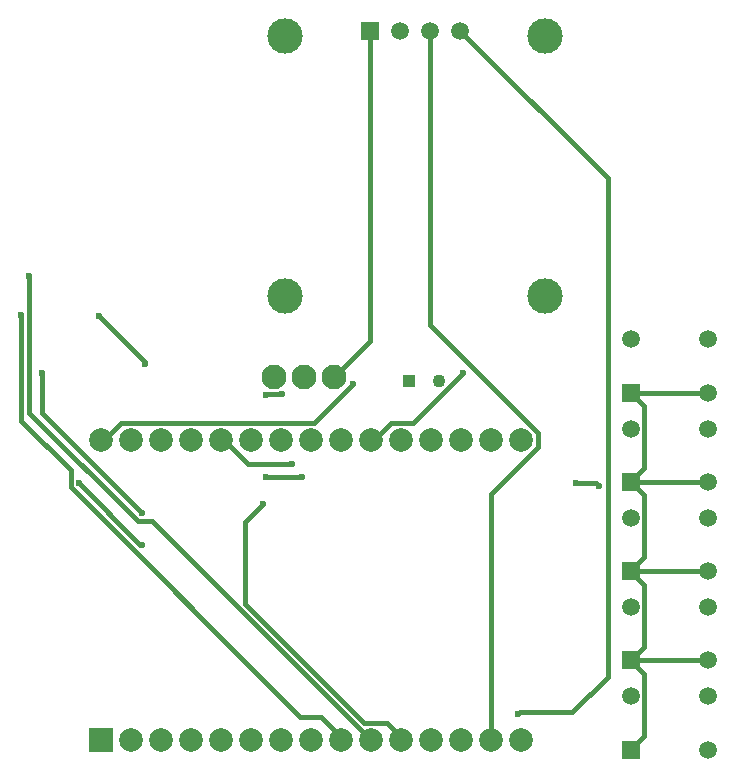
<source format=gbr>
%TF.GenerationSoftware,KiCad,Pcbnew,9.0.6*%
%TF.CreationDate,2025-12-11T14:53:55+06:00*%
%TF.ProjectId,.WAV player,2e574156-2070-46c6-9179-65722e6b6963,rev?*%
%TF.SameCoordinates,Original*%
%TF.FileFunction,Copper,L2,Bot*%
%TF.FilePolarity,Positive*%
%FSLAX46Y46*%
G04 Gerber Fmt 4.6, Leading zero omitted, Abs format (unit mm)*
G04 Created by KiCad (PCBNEW 9.0.6) date 2025-12-11 14:53:55*
%MOMM*%
%LPD*%
G01*
G04 APERTURE LIST*
%TA.AperFunction,ComponentPad*%
%ADD10C,2.100000*%
%TD*%
%TA.AperFunction,ComponentPad*%
%ADD11R,1.508000X1.508000*%
%TD*%
%TA.AperFunction,ComponentPad*%
%ADD12C,1.508000*%
%TD*%
%TA.AperFunction,ComponentPad*%
%ADD13R,2.000000X2.000000*%
%TD*%
%TA.AperFunction,ComponentPad*%
%ADD14C,2.000000*%
%TD*%
%TA.AperFunction,ComponentPad*%
%ADD15C,1.100000*%
%TD*%
%TA.AperFunction,ComponentPad*%
%ADD16R,1.100000X1.100000*%
%TD*%
%TA.AperFunction,ComponentPad*%
%ADD17C,3.000000*%
%TD*%
%TA.AperFunction,ViaPad*%
%ADD18C,0.600000*%
%TD*%
%TA.AperFunction,Conductor*%
%ADD19C,0.400000*%
%TD*%
G04 APERTURE END LIST*
D10*
%TO.P,Q1,1*%
%TO.N,Mosfet_Gate*%
X122174000Y-83820000D03*
%TO.P,Q1,2*%
%TO.N,Net-(U4-ground)*%
X124714000Y-83820000D03*
%TO.P,Q1,3*%
%TO.N,uC_GND*%
X127254000Y-83820000D03*
%TD*%
D11*
%TO.P,S5,1*%
%TO.N,uC_GND*%
X152400000Y-115381000D03*
D12*
%TO.P,S5,2*%
X158900000Y-115381000D03*
%TO.P,S5,3*%
%TO.N,play{slash}pause{slash}save*%
X152400000Y-110881000D03*
%TO.P,S5,4*%
X158900000Y-110881000D03*
%TD*%
D11*
%TO.P,S1,1*%
%TO.N,uC_GND*%
X152400000Y-85149000D03*
D12*
%TO.P,S1,2*%
X158900000Y-85149000D03*
%TO.P,S1,3*%
%TO.N,Volume up*%
X152400000Y-80649000D03*
%TO.P,S1,4*%
X158900000Y-80649000D03*
%TD*%
D13*
%TO.P,U1,1,3V3*%
%TO.N,uC_3v3*%
X107568000Y-114592000D03*
D14*
%TO.P,U1,2,GND*%
%TO.N,uC_GND*%
X110108000Y-114592000D03*
%TO.P,U1,3,D15*%
%TO.N,unconnected-(U1-D15-Pad3)*%
X112648000Y-114592000D03*
%TO.P,U1,4,D2*%
%TO.N,unconnected-(U1-D2-Pad4)*%
X115188000Y-114592000D03*
%TO.P,U1,5,D4*%
%TO.N,unconnected-(U1-D4-Pad5)*%
X117728000Y-114592000D03*
%TO.P,U1,6,RX2*%
%TO.N,unconnected-(U1-RX2-Pad6)*%
X120268000Y-114592000D03*
%TO.P,U1,7,TX2*%
%TO.N,unconnected-(U1-TX2-Pad7)*%
X122808000Y-114592000D03*
%TO.P,U1,8,D5*%
%TO.N,SD_CS*%
X125348000Y-114592000D03*
%TO.P,U1,9,D18*%
%TO.N,SD_CLK*%
X127888000Y-114592000D03*
%TO.P,U1,10,D19*%
%TO.N,SD_MISO*%
X130428000Y-114592000D03*
%TO.P,U1,11,D21*%
%TO.N,OLED_SDA*%
X132968000Y-114592000D03*
%TO.P,U1,12,RX0*%
%TO.N,unconnected-(U1-RX0-Pad12)*%
X135508000Y-114592000D03*
%TO.P,U1,13,TX0*%
%TO.N,unconnected-(U1-TX0-Pad13)*%
X138048000Y-114592000D03*
%TO.P,U1,14,D22*%
%TO.N,OLED_SCL*%
X140588000Y-114592000D03*
%TO.P,U1,15,D23*%
%TO.N,SD_MOSI*%
X143128000Y-114592000D03*
%TO.P,U1,16,EN*%
%TO.N,unconnected-(U1-EN-Pad16)*%
X143128000Y-89192000D03*
%TO.P,U1,17,VP*%
%TO.N,unconnected-(U1-VP-Pad17)*%
X140588000Y-89192000D03*
%TO.P,U1,18,VN*%
%TO.N,unconnected-(U1-VN-Pad18)*%
X138048000Y-89192000D03*
%TO.P,U1,19,D34*%
%TO.N,unconnected-(U1-D34-Pad19)*%
X135508000Y-89192000D03*
%TO.P,U1,20,D35*%
%TO.N,unconnected-(U1-D35-Pad20)*%
X132968000Y-89192000D03*
%TO.P,U1,21,D32*%
%TO.N,Volume up*%
X130428000Y-89192000D03*
%TO.P,U1,22,D33*%
%TO.N,Volume down*%
X127888000Y-89192000D03*
%TO.P,U1,23,D25*%
%TO.N,Mosfet_Gate*%
X125348000Y-89192000D03*
%TO.P,U1,24,D26*%
%TO.N,play{slash}pause{slash}save*%
X122808000Y-89192000D03*
%TO.P,U1,25,D27*%
%TO.N,skip 10 secs{slash}next track*%
X120268000Y-89192000D03*
%TO.P,U1,26,D14*%
%TO.N,rewind 10 secs{slash}prev track*%
X117728000Y-89192000D03*
%TO.P,U1,27,D12*%
%TO.N,unconnected-(U1-D12-Pad27)*%
X115188000Y-89192000D03*
%TO.P,U1,28,D13*%
%TO.N,unconnected-(U1-D13-Pad28)*%
X112648000Y-89192000D03*
%TO.P,U1,29,GND*%
%TO.N,uC_GND*%
X110108000Y-89192000D03*
%TO.P,U1,30,VIN*%
%TO.N,uC_VIN*%
X107568000Y-89192000D03*
%TD*%
D11*
%TO.P,S2,1*%
%TO.N,uC_GND*%
X152400000Y-92707000D03*
D12*
%TO.P,S2,2*%
X158900000Y-92707000D03*
%TO.P,S2,3*%
%TO.N,Volume down*%
X152400000Y-88207000D03*
%TO.P,S2,4*%
X158900000Y-88207000D03*
%TD*%
D11*
%TO.P,S4,1*%
%TO.N,uC_GND*%
X152400000Y-107823000D03*
D12*
%TO.P,S4,2*%
X158900000Y-107823000D03*
%TO.P,S4,3*%
%TO.N,rewind 10 secs{slash}prev track*%
X152400000Y-103323000D03*
%TO.P,S4,4*%
X158900000Y-103323000D03*
%TD*%
D11*
%TO.P,S3,1*%
%TO.N,uC_GND*%
X152400000Y-100265000D03*
D12*
%TO.P,S3,2*%
X158900000Y-100265000D03*
%TO.P,S3,3*%
%TO.N,skip 10 secs{slash}next track*%
X152400000Y-95765000D03*
%TO.P,S3,4*%
X158900000Y-95765000D03*
%TD*%
D15*
%TO.P,C1,N*%
%TO.N,uC_GND*%
X136124000Y-84201000D03*
D16*
%TO.P,C1,P*%
%TO.N,uC_VIN*%
X133624000Y-84201000D03*
%TD*%
D11*
%TO.P,U2,1,GND*%
%TO.N,uC_GND*%
X130302000Y-54498500D03*
D12*
%TO.P,U2,2,VCC_IN*%
%TO.N,uC_3v3*%
X132842000Y-54498500D03*
%TO.P,U2,3,SCL*%
%TO.N,OLED_SCL*%
X135382000Y-54498500D03*
%TO.P,U2,4,SDA*%
%TO.N,OLED_SDA*%
X137922000Y-54498500D03*
D17*
%TO.P,U2,S1*%
%TO.N,N/C*%
X123112000Y-54998500D03*
%TO.P,U2,S2*%
X145112000Y-54998500D03*
%TO.P,U2,S3*%
X145112000Y-76998500D03*
%TO.P,U2,S4*%
X123112000Y-76998500D03*
%TD*%
D18*
%TO.N,uC_GND*%
X111279868Y-82704868D03*
X107407025Y-78705025D03*
X121474000Y-85344000D03*
X122874000Y-85276683D03*
%TO.N,OLED_SDA*%
X121285000Y-94615000D03*
X142875000Y-112395000D03*
%TO.N,SD_CLK*%
X100773000Y-78613000D03*
%TO.N,SD_CS*%
X105664000Y-92837000D03*
X111042000Y-98044000D03*
%TO.N,SD_MOSI*%
X102581025Y-83531025D03*
X111041999Y-95365263D03*
%TO.N,SD_MISO*%
X101473000Y-75311000D03*
%TO.N,uC_VIN*%
X128905000Y-84452000D03*
%TO.N,Volume up*%
X138176000Y-83501000D03*
%TO.N,skip 10 secs{slash}next track*%
X124587000Y-92329000D03*
X149733000Y-93091000D03*
X121539000Y-92329000D03*
X147786309Y-92774001D03*
%TO.N,rewind 10 secs{slash}prev track*%
X123742000Y-91186000D03*
%TD*%
D19*
%TO.N,uC_GND*%
X153555000Y-86304000D02*
X153555000Y-91552000D01*
X153555000Y-114226000D02*
X153555000Y-108978000D01*
X107407025Y-78705025D02*
X111279868Y-82577868D01*
X153555000Y-106668000D02*
X153555000Y-101420000D01*
X158900000Y-100265000D02*
X152400000Y-100265000D01*
X121541317Y-85276683D02*
X121474000Y-85344000D01*
X158900000Y-92707000D02*
X152400000Y-92707000D01*
X152400000Y-107823000D02*
X153555000Y-106668000D01*
X153555000Y-93862000D02*
X153555000Y-99110000D01*
X122874000Y-85276683D02*
X121541317Y-85276683D01*
X130302000Y-54483000D02*
X130302000Y-80772000D01*
X153555000Y-108978000D02*
X152400000Y-107823000D01*
X130302000Y-80772000D02*
X127254000Y-83820000D01*
X158900000Y-107823000D02*
X152400000Y-107823000D01*
X152400000Y-85149000D02*
X153555000Y-86304000D01*
X153555000Y-101420000D02*
X152400000Y-100265000D01*
X153555000Y-99110000D02*
X152400000Y-100265000D01*
X152400000Y-85149000D02*
X158900000Y-85149000D01*
X153555000Y-91552000D02*
X152400000Y-92707000D01*
X152400000Y-92707000D02*
X153555000Y-93862000D01*
X152400000Y-115381000D02*
X153555000Y-114226000D01*
X111279868Y-82577868D02*
X111279868Y-82704868D01*
%TO.N,OLED_SCL*%
X140588000Y-93713314D02*
X140588000Y-114592000D01*
X144529000Y-88611686D02*
X144529000Y-89772314D01*
X144529000Y-89772314D02*
X140588000Y-93713314D01*
X135382000Y-79464686D02*
X144529000Y-88611686D01*
X135382000Y-54498500D02*
X135382000Y-79464686D01*
%TO.N,OLED_SDA*%
X129819686Y-113153000D02*
X131801000Y-113153000D01*
X137922000Y-54498500D02*
X150434000Y-67010500D01*
X150434000Y-109210258D02*
X147423258Y-112221000D01*
X131801000Y-113153000D02*
X133202000Y-114554000D01*
X119761000Y-96139000D02*
X119761000Y-103094314D01*
X147423258Y-112221000D02*
X143049000Y-112221000D01*
X143049000Y-112221000D02*
X142875000Y-112395000D01*
X121285000Y-94615000D02*
X119761000Y-96139000D01*
X150434000Y-67010500D02*
X150434000Y-109210258D01*
X119761000Y-103094314D02*
X129819686Y-113153000D01*
%TO.N,SD_CLK*%
X124430735Y-112595099D02*
X126163099Y-112595099D01*
X100773000Y-87535364D02*
X104963000Y-91725364D01*
X100773000Y-78613000D02*
X100773000Y-87535364D01*
X126163099Y-112595099D02*
X128122000Y-114554000D01*
X104963000Y-91725364D02*
X104963000Y-93127364D01*
X104963000Y-93127364D02*
X124430735Y-112595099D01*
%TO.N,SD_CS*%
X110871000Y-98044000D02*
X111042000Y-98044000D01*
X105664000Y-92837000D02*
X110871000Y-98044000D01*
%TO.N,SD_MOSI*%
X102581025Y-86904289D02*
X111041999Y-95365263D01*
X102581025Y-83531025D02*
X102581025Y-86904289D01*
%TO.N,SD_MISO*%
X111883007Y-96066263D02*
X130370744Y-114554000D01*
X101473000Y-75311000D02*
X101473000Y-86868000D01*
X110671263Y-96066263D02*
X111883007Y-96066263D01*
X101473000Y-86868000D02*
X110671263Y-96066263D01*
X130370744Y-114554000D02*
X130662000Y-114554000D01*
%TO.N,uC_VIN*%
X125604000Y-87753000D02*
X109203000Y-87753000D01*
X109203000Y-87753000D02*
X107802000Y-89154000D01*
X128905000Y-84452000D02*
X125604000Y-87753000D01*
%TO.N,Volume up*%
X138176000Y-83501000D02*
X133924000Y-87753000D01*
X132063000Y-87753000D02*
X130662000Y-89154000D01*
X133924000Y-87753000D02*
X132063000Y-87753000D01*
%TO.N,skip 10 secs{slash}next track*%
X149416001Y-92774001D02*
X147786309Y-92774001D01*
X121539000Y-92329000D02*
X124587000Y-92329000D01*
X149733000Y-93091000D02*
X149416001Y-92774001D01*
%TO.N,rewind 10 secs{slash}prev track*%
X119994000Y-91186000D02*
X117962000Y-89154000D01*
X123742000Y-91186000D02*
X119994000Y-91186000D01*
%TD*%
M02*

</source>
